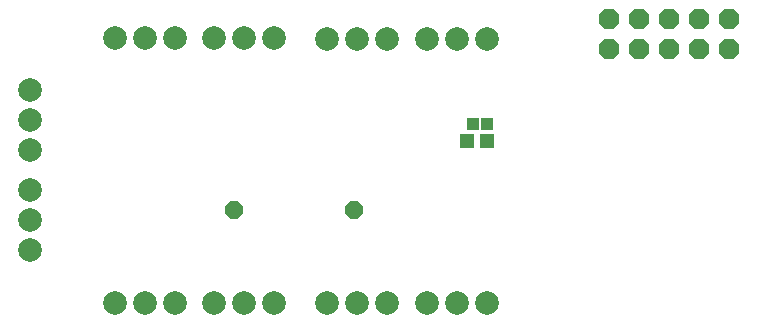
<source format=gbr>
G04 EAGLE Gerber RS-274X export*
G75*
%MOMM*%
%FSLAX34Y34*%
%LPD*%
%INSoldermask Top*%
%IPPOS*%
%AMOC8*
5,1,8,0,0,1.08239X$1,22.5*%
G01*
G04 Define Apertures*
%ADD10C,2.003200*%
%ADD11P,1.8695X8X22.5*%
%ADD12P,1.64956X8X22.5*%
%ADD13R,1.053200X1.103200*%
%ADD14R,1.303200X1.203200*%
%ADD15C,0.959600*%
D10*
X-19050Y261620D03*
X-69850Y261620D03*
X-44450Y261620D03*
X-334010Y38100D03*
X-283210Y38100D03*
X-308610Y38100D03*
X-103620Y261620D03*
X-154420Y261620D03*
X-129020Y261620D03*
X-199390Y261790D03*
X-250190Y261790D03*
X-224790Y261790D03*
X-283210Y261790D03*
X-334010Y261790D03*
X-308610Y261790D03*
X-406400Y218440D03*
X-406400Y167640D03*
X-406400Y193040D03*
X-406400Y133350D03*
X-406400Y82550D03*
X-406400Y107950D03*
X-69850Y38100D03*
X-19050Y38100D03*
X-44450Y38100D03*
X-154420Y38100D03*
X-103620Y38100D03*
X-129020Y38100D03*
X-250190Y38100D03*
X-199390Y38100D03*
X-224790Y38100D03*
D11*
X83700Y252730D03*
X83700Y278130D03*
X109100Y252730D03*
X109100Y278130D03*
X134500Y252730D03*
X134500Y278130D03*
X159900Y252730D03*
X159900Y278130D03*
X185300Y252730D03*
X185300Y278130D03*
D12*
X-233680Y116840D03*
X-132080Y116840D03*
D13*
X-19600Y189020D03*
X-31200Y189020D03*
D14*
X-19440Y175260D03*
X-36440Y175260D03*
D15*
X-19050Y189230D03*
X-19050Y175260D03*
M02*

</source>
